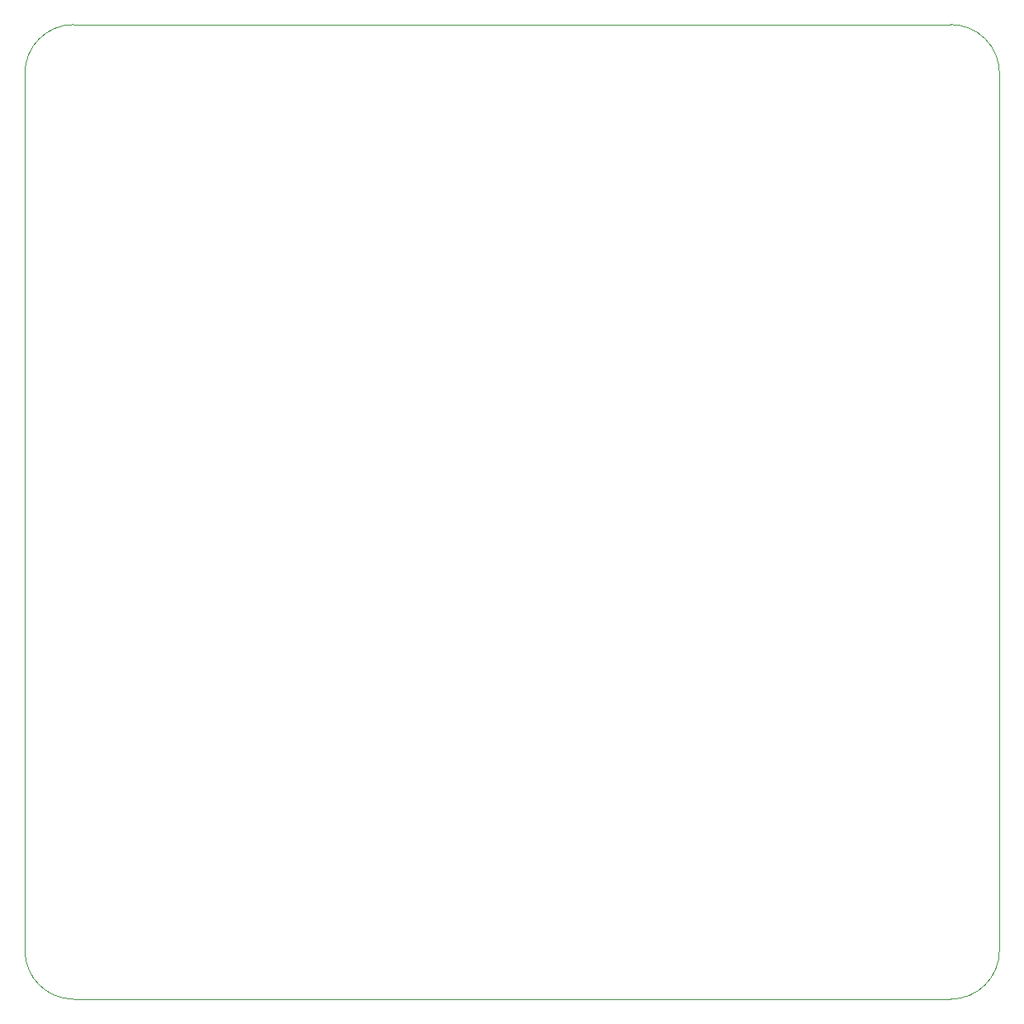
<source format=gbr>
G04 #@! TF.GenerationSoftware,KiCad,Pcbnew,6.0.10+dfsg-1~bpo11+1*
G04 #@! TF.ProjectId,project,70726f6a-6563-4742-9e6b-696361645f70,1.0.p1*
G04 #@! TF.SameCoordinates,Original*
G04 #@! TF.FileFunction,Paste,Bot*
G04 #@! TF.FilePolarity,Positive*
%FSLAX46Y46*%
G04 Gerber Fmt 4.6, Leading zero omitted, Abs format (unit mm)*
%MOMM*%
%LPD*%
G01*
G04 APERTURE LIST*
G04 #@! TA.AperFunction,Profile*
%ADD10C,0.100000*%
G04 #@! TD*
G04 APERTURE END LIST*
D10*
X80000000Y-55000000D02*
X170000000Y-55000000D01*
X175000000Y-60000000D02*
X175000000Y-150000000D01*
X170000000Y-155000000D02*
G75*
G03*
X175000000Y-150000000I0J5000000D01*
G01*
X170000000Y-155000000D02*
X80000000Y-155000000D01*
X75000000Y-150000000D02*
G75*
G03*
X80000000Y-155000000I5000000J0D01*
G01*
X80000000Y-55000000D02*
G75*
G03*
X75000000Y-60000000I0J-5000000D01*
G01*
X175000000Y-60000000D02*
G75*
G03*
X170000000Y-55000000I-5000000J0D01*
G01*
X75000000Y-150000000D02*
X75000000Y-60000000D01*
M02*

</source>
